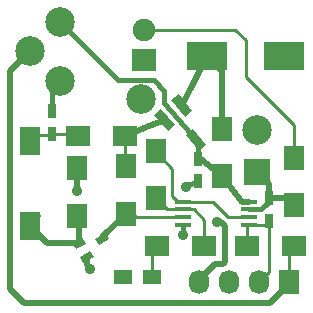
<source format=gbr>
G04 #@! TF.FileFunction,Copper,L1,Top,Signal*
%FSLAX46Y46*%
G04 Gerber Fmt 4.6, Leading zero omitted, Abs format (unit mm)*
G04 Created by KiCad (PCBNEW 4.0.2-4+6225~38~ubuntu15.10.1-stable) date Tue 19 Apr 2016 11:15:40 PM PDT*
%MOMM*%
G01*
G04 APERTURE LIST*
%ADD10C,0.100000*%
%ADD11R,1.397000X0.431800*%
%ADD12R,0.750000X1.200000*%
%ADD13R,1.500000X1.250000*%
%ADD14R,3.500120X2.400300*%
%ADD15R,1.800860X2.400860*%
%ADD16R,2.000000X1.900000*%
%ADD17C,1.900000*%
%ADD18R,1.700000X2.000000*%
%ADD19R,2.000000X1.700000*%
%ADD20C,2.499360*%
%ADD21R,2.235200X2.235200*%
%ADD22R,1.727200X2.032000*%
%ADD23O,1.727200X2.032000*%
%ADD24C,0.900000*%
%ADD25C,0.400000*%
%ADD26C,0.500000*%
%ADD27C,0.250000*%
G04 APERTURE END LIST*
D10*
G36*
X179350499Y-122082495D02*
X180508069Y-123462034D01*
X179895157Y-123976329D01*
X178737587Y-122596790D01*
X179350499Y-122082495D01*
X179350499Y-122082495D01*
G37*
G36*
X177895015Y-123303791D02*
X179052585Y-124683330D01*
X178439673Y-125197625D01*
X177282103Y-123818086D01*
X177895015Y-123303791D01*
X177895015Y-123303791D01*
G37*
G36*
X180552585Y-124993023D02*
X181710155Y-126372562D01*
X181097243Y-126886857D01*
X179939673Y-125507318D01*
X180552585Y-124993023D01*
X180552585Y-124993023D01*
G37*
D11*
X179686000Y-131179600D03*
X179686000Y-131814600D03*
X179686000Y-132475000D03*
X179686000Y-133110000D03*
X185274000Y-133110000D03*
X185274000Y-132462300D03*
X185274000Y-131814600D03*
X185274000Y-131166900D03*
D12*
X187040000Y-132780000D03*
X187040000Y-130880000D03*
D13*
X177120000Y-137590000D03*
X174620000Y-137590000D03*
D12*
X168630000Y-125440000D03*
X168630000Y-123540000D03*
D14*
X181788800Y-118870000D03*
X188291200Y-118870000D03*
D12*
X181020000Y-127550000D03*
X181020000Y-129450000D03*
D15*
X166768880Y-126040000D03*
X166768880Y-133240000D03*
D16*
X176460000Y-119170000D03*
D17*
X176460000Y-116630000D03*
D18*
X170750000Y-132360000D03*
X170750000Y-128360000D03*
D19*
X174820000Y-125580000D03*
X170820000Y-125580000D03*
D18*
X174910000Y-128190000D03*
X174910000Y-132190000D03*
X183040000Y-129020000D03*
X183040000Y-125020000D03*
D19*
X177530000Y-134940000D03*
X181530000Y-134940000D03*
D18*
X177420000Y-126860000D03*
X177420000Y-130860000D03*
D19*
X185140000Y-134960000D03*
X189140000Y-134960000D03*
D18*
X189120000Y-131460000D03*
X189120000Y-127460000D03*
D20*
X166780000Y-118460000D03*
X169279360Y-115960640D03*
X169279360Y-120959360D03*
X176170000Y-122470000D03*
X185983806Y-125099602D03*
D21*
X186020000Y-128660000D03*
D22*
X188690000Y-137980000D03*
D23*
X186150000Y-137980000D03*
X183610000Y-137980000D03*
X181070000Y-137980000D03*
D10*
G36*
X172153442Y-135845623D02*
X171286758Y-136346003D01*
X170987038Y-135826873D01*
X171853722Y-135326493D01*
X172153442Y-135845623D01*
X172153442Y-135845623D01*
G37*
G36*
X171503202Y-134719375D02*
X170636518Y-135219755D01*
X170336798Y-134700625D01*
X171203482Y-134200245D01*
X171503202Y-134719375D01*
X171503202Y-134719375D01*
G37*
G36*
X173473700Y-134332539D02*
X172607016Y-134832919D01*
X172307296Y-134313789D01*
X173173980Y-133813409D01*
X173473700Y-134332539D01*
X173473700Y-134332539D01*
G37*
D24*
X179690000Y-134010000D03*
X170760000Y-130310000D03*
X171870000Y-136880000D03*
X174620000Y-137590000D03*
X179970000Y-129940000D03*
X182640000Y-132860000D03*
X183040000Y-129020000D03*
D25*
X179686000Y-133110000D02*
X179686000Y-134006000D01*
X179686000Y-134006000D02*
X179690000Y-134010000D01*
D26*
X170750000Y-128360000D02*
X170750000Y-130300000D01*
X170750000Y-130300000D02*
X170760000Y-130310000D01*
X171570240Y-135836248D02*
X171570240Y-136580240D01*
X171570240Y-136580240D02*
X171870000Y-136880000D01*
D25*
X181020000Y-129580000D02*
X179970000Y-129690000D01*
X179970000Y-129690000D02*
X179970000Y-129940000D01*
X181020000Y-129450000D02*
X181020000Y-129580000D01*
X181020000Y-129450000D02*
X181030000Y-129450000D01*
X168630000Y-123540000D02*
X168630000Y-121608720D01*
X168630000Y-121608720D02*
X169279360Y-120959360D01*
D27*
X168630000Y-125440000D02*
X170680000Y-125440000D01*
X170680000Y-125440000D02*
X170820000Y-125580000D01*
X166658880Y-125570000D02*
X168500000Y-125570000D01*
X168500000Y-125570000D02*
X168630000Y-125440000D01*
D25*
X181020000Y-127550000D02*
X181020000Y-126135026D01*
X181020000Y-126135026D02*
X180824914Y-125939940D01*
X176937848Y-120870319D02*
X177240319Y-120870319D01*
X174189039Y-120870319D02*
X176937848Y-120870319D01*
X169279360Y-115960640D02*
X174189039Y-120870319D01*
X178140000Y-122790000D02*
X181020000Y-126130000D01*
X178140000Y-121770000D02*
X178140000Y-122790000D01*
X177240319Y-120870319D02*
X178140000Y-121770000D01*
D26*
X185274000Y-131166900D02*
X184726900Y-131166900D01*
X184726900Y-131166900D02*
X183040000Y-129020000D01*
X180910000Y-127330000D02*
X183040000Y-129020000D01*
X183284124Y-133224124D02*
X182920000Y-132860000D01*
X182920000Y-132860000D02*
X182640000Y-132860000D01*
X183106000Y-136464000D02*
X183284124Y-136285876D01*
X183284124Y-136285876D02*
X183284124Y-133224124D01*
X181070000Y-137827600D02*
X182433600Y-136464000D01*
X182433600Y-136464000D02*
X183106000Y-136464000D01*
D25*
X181070000Y-137980000D02*
X181070000Y-137827600D01*
X183040000Y-129020000D02*
X183040000Y-128870000D01*
D26*
X170920000Y-134710000D02*
X170920000Y-132530000D01*
X170920000Y-132530000D02*
X170750000Y-132360000D01*
X170920000Y-134710000D02*
X168238880Y-134710000D01*
X168238880Y-134710000D02*
X166768880Y-133240000D01*
X166768880Y-133240000D02*
X166840000Y-133240000D01*
D27*
X167558880Y-132320000D02*
X167558880Y-132398880D01*
X185040000Y-117510000D02*
X184160000Y-116630000D01*
X184160000Y-116630000D02*
X176460000Y-116630000D01*
X185040000Y-120640000D02*
X185040000Y-117510000D01*
X189120000Y-124720000D02*
X185040000Y-120640000D01*
X189120000Y-127460000D02*
X189120000Y-124720000D01*
X185140000Y-134960000D02*
X185140000Y-133244000D01*
X185140000Y-133244000D02*
X185274000Y-133110000D01*
X187040000Y-132780000D02*
X187040000Y-137090000D01*
X187040000Y-137090000D02*
X186150000Y-137980000D01*
X185274000Y-133110000D02*
X186710000Y-133110000D01*
X186710000Y-133110000D02*
X187040000Y-132780000D01*
D25*
X187046399Y-131093601D02*
X186330000Y-131810000D01*
X186330000Y-131810000D02*
X185280399Y-131810000D01*
D26*
X187040000Y-130880000D02*
X187040000Y-131080000D01*
X187040000Y-130880000D02*
X187040000Y-129680000D01*
X187040000Y-129680000D02*
X186020000Y-128660000D01*
X187040000Y-130880000D02*
X188540000Y-130880000D01*
D27*
X188540000Y-130880000D02*
X189120000Y-131460000D01*
X185520000Y-128660000D02*
X186020000Y-128660000D01*
X188820000Y-131760000D02*
X189120000Y-131460000D01*
X177120000Y-137590000D02*
X177120000Y-135350000D01*
X177120000Y-135350000D02*
X177530000Y-134940000D01*
D26*
X183040000Y-125020000D02*
X183040000Y-120121200D01*
X183040000Y-120121200D02*
X181788800Y-118870000D01*
X179622828Y-123029412D02*
X180560000Y-121220000D01*
X180560000Y-121220000D02*
X181788800Y-118870000D01*
X165110000Y-138590000D02*
X165110000Y-120130000D01*
X165110000Y-120130000D02*
X166780000Y-118460000D01*
X166240000Y-139720000D02*
X165110000Y-138590000D01*
X187102400Y-139720000D02*
X166240000Y-139720000D01*
X188690000Y-137980000D02*
X188690000Y-138132400D01*
X188690000Y-138132400D02*
X187102400Y-139720000D01*
D27*
X188690000Y-137980000D02*
X188690000Y-135410000D01*
X188690000Y-135410000D02*
X189140000Y-134960000D01*
D26*
X172890498Y-134323164D02*
X172890498Y-134209502D01*
X172890498Y-134209502D02*
X174910000Y-132190000D01*
D27*
X174290000Y-132190000D02*
X174910000Y-132190000D01*
X175735000Y-132475000D02*
X179686000Y-132475000D01*
X175450000Y-132190000D02*
X175735000Y-132475000D01*
X174910000Y-132190000D02*
X175450000Y-132190000D01*
X179686000Y-131179600D02*
X179339600Y-131179600D01*
X177420000Y-127010000D02*
X177420000Y-126860000D01*
X179339600Y-131179600D02*
X178820000Y-130660000D01*
X178820000Y-130660000D02*
X178820000Y-128410000D01*
X178820000Y-128410000D02*
X177420000Y-127010000D01*
X185274000Y-132462300D02*
X183522300Y-132462300D01*
X182239600Y-131179600D02*
X179686000Y-131179600D01*
X183522300Y-132462300D02*
X182239600Y-131179600D01*
X181530000Y-134940000D02*
X181530000Y-132710100D01*
X181530000Y-132710100D02*
X180634500Y-131814600D01*
X180634500Y-131814600D02*
X179686000Y-131814600D01*
X179686000Y-131814600D02*
X178374600Y-131814600D01*
X178374600Y-131814600D02*
X177420000Y-130860000D01*
D26*
X178167344Y-124250708D02*
X176820000Y-124790000D01*
X176820000Y-124790000D02*
X174820000Y-125580000D01*
D27*
X174820000Y-125580000D02*
X175060000Y-125580000D01*
X174820000Y-125580000D02*
X174820000Y-128100000D01*
X174820000Y-128100000D02*
X174910000Y-128190000D01*
M02*

</source>
